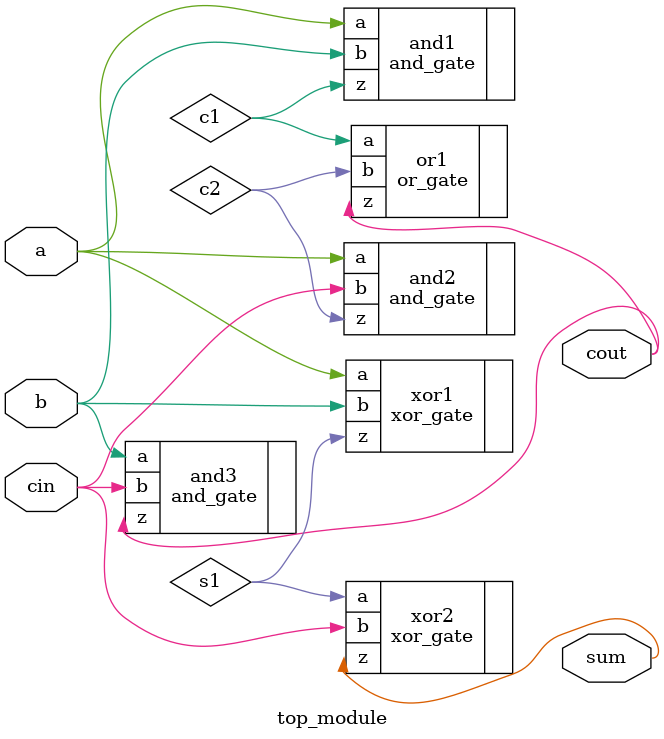
<source format=sv>
module top_module (
	input a,
	input b,
	input cin,
	output cout,
	output sum
);
	// Define internal wires
	wire s1, s2, c1, c2;

	// Instantiate XOR gates
	xor_gate xor1 (.a(a), .b(b), .z(s1));
	xor_gate xor2 (.a(s1), .b(cin), .z(sum));

	// Instantiate AND gates
	and_gate and1 (.a(a), .b(b), .z(c1));
	and_gate and2 (.a(a), .b(cin), .z(c2));
	and_gate and3 (.a(b), .b(cin), .z(cout));

	// Instantiate OR gate
	or_gate or1 (.a(c1), .b(c2), .z(cout));
endmodule

</source>
